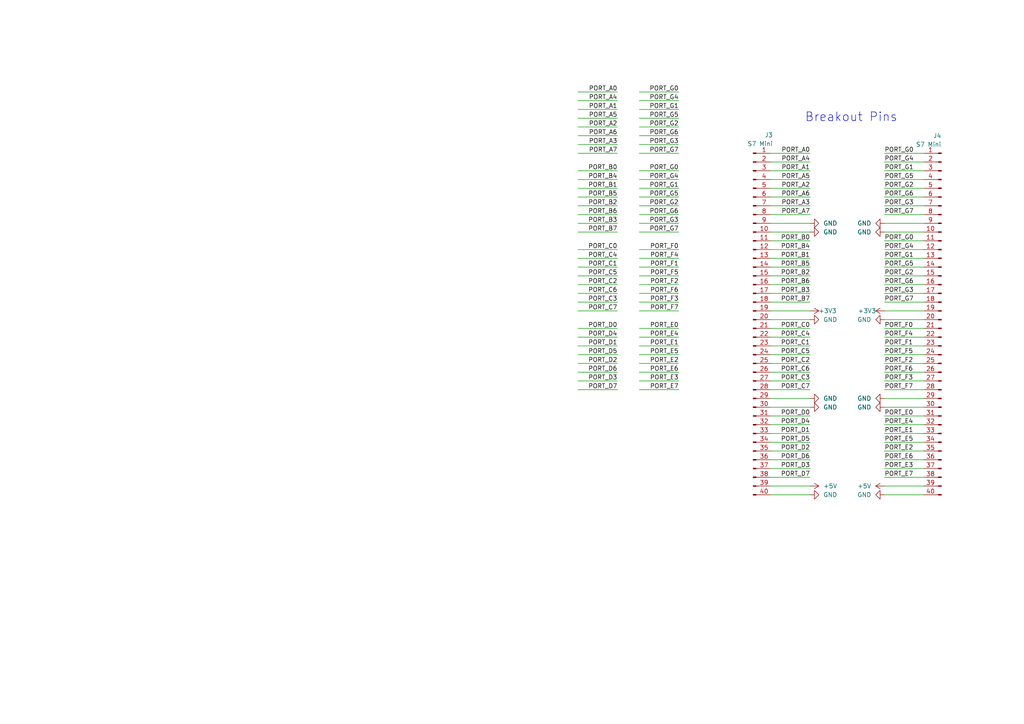
<source format=kicad_sch>
(kicad_sch (version 20200820) (host eeschema "5.99.0-unknown-b0af66afc~103~ubuntu20.04.1")
  (page 6 6)
  (paper "A4")
  (lib_symbols
    (symbol "Connector:Conn_01x40_Male" (pin_names hide)
      (property "Reference" "J" (at 0 50.8 0))
      (property "Value" "Conn_01x40_Male" (at 0 -53.34 0))
      (symbol "Conn_01x40_Male_1_1"
        (rectangle (start 0.8636 -50.673) (end 0 -50.927) (stroke (width 0.1524)) (fill (type outline)))
        (rectangle (start 0.8636 -48.133) (end 0 -48.387) (stroke (width 0.1524)) (fill (type outline)))
        (rectangle (start 0.8636 -45.593) (end 0 -45.847) (stroke (width 0.1524)) (fill (type outline)))
        (rectangle (start 0.8636 -43.053) (end 0 -43.307) (stroke (width 0.1524)) (fill (type outline)))
        (rectangle (start 0.8636 -40.513) (end 0 -40.767) (stroke (width 0.1524)) (fill (type outline)))
        (rectangle (start 0.8636 -37.973) (end 0 -38.227) (stroke (width 0.1524)) (fill (type outline)))
        (rectangle (start 0.8636 -35.433) (end 0 -35.687) (stroke (width 0.1524)) (fill (type outline)))
        (rectangle (start 0.8636 -32.893) (end 0 -33.147) (stroke (width 0.1524)) (fill (type outline)))
        (rectangle (start 0.8636 -30.353) (end 0 -30.607) (stroke (width 0.1524)) (fill (type outline)))
        (rectangle (start 0.8636 -27.813) (end 0 -28.067) (stroke (width 0.1524)) (fill (type outline)))
        (rectangle (start 0.8636 -25.273) (end 0 -25.527) (stroke (width 0.1524)) (fill (type outline)))
        (rectangle (start 0.8636 -22.733) (end 0 -22.987) (stroke (width 0.1524)) (fill (type outline)))
        (rectangle (start 0.8636 -20.193) (end 0 -20.447) (stroke (width 0.1524)) (fill (type outline)))
        (rectangle (start 0.8636 -17.653) (end 0 -17.907) (stroke (width 0.1524)) (fill (type outline)))
        (rectangle (start 0.8636 -15.113) (end 0 -15.367) (stroke (width 0.1524)) (fill (type outline)))
        (rectangle (start 0.8636 -12.573) (end 0 -12.827) (stroke (width 0.1524)) (fill (type outline)))
        (rectangle (start 0.8636 -10.033) (end 0 -10.287) (stroke (width 0.1524)) (fill (type outline)))
        (rectangle (start 0.8636 -7.493) (end 0 -7.747) (stroke (width 0.1524)) (fill (type outline)))
        (rectangle (start 0.8636 -4.953) (end 0 -5.207) (stroke (width 0.1524)) (fill (type outline)))
        (rectangle (start 0.8636 -2.413) (end 0 -2.667) (stroke (width 0.1524)) (fill (type outline)))
        (rectangle (start 0.8636 0.127) (end 0 -0.127) (stroke (width 0.1524)) (fill (type outline)))
        (rectangle (start 0.8636 2.667) (end 0 2.413) (stroke (width 0.1524)) (fill (type outline)))
        (rectangle (start 0.8636 5.207) (end 0 4.953) (stroke (width 0.1524)) (fill (type outline)))
        (rectangle (start 0.8636 7.747) (end 0 7.493) (stroke (width 0.1524)) (fill (type outline)))
        (rectangle (start 0.8636 10.287) (end 0 10.033) (stroke (width 0.1524)) (fill (type outline)))
        (rectangle (start 0.8636 12.827) (end 0 12.573) (stroke (width 0.1524)) (fill (type outline)))
        (rectangle (start 0.8636 15.367) (end 0 15.113) (stroke (width 0.1524)) (fill (type outline)))
        (rectangle (start 0.8636 17.907) (end 0 17.653) (stroke (width 0.1524)) (fill (type outline)))
        (rectangle (start 0.8636 20.447) (end 0 20.193) (stroke (width 0.1524)) (fill (type outline)))
        (rectangle (start 0.8636 22.987) (end 0 22.733) (stroke (width 0.1524)) (fill (type outline)))
        (rectangle (start 0.8636 25.527) (end 0 25.273) (stroke (width 0.1524)) (fill (type outline)))
        (rectangle (start 0.8636 28.067) (end 0 27.813) (stroke (width 0.1524)) (fill (type outline)))
        (rectangle (start 0.8636 30.607) (end 0 30.353) (stroke (width 0.1524)) (fill (type outline)))
        (rectangle (start 0.8636 33.147) (end 0 32.893) (stroke (width 0.1524)) (fill (type outline)))
        (rectangle (start 0.8636 35.687) (end 0 35.433) (stroke (width 0.1524)) (fill (type outline)))
        (rectangle (start 0.8636 38.227) (end 0 37.973) (stroke (width 0.1524)) (fill (type outline)))
        (rectangle (start 0.8636 40.767) (end 0 40.513) (stroke (width 0.1524)) (fill (type outline)))
        (rectangle (start 0.8636 43.307) (end 0 43.053) (stroke (width 0.1524)) (fill (type outline)))
        (rectangle (start 0.8636 45.847) (end 0 45.593) (stroke (width 0.1524)) (fill (type outline)))
        (rectangle (start 0.8636 48.387) (end 0 48.133) (stroke (width 0.1524)) (fill (type outline)))
        (polyline (pts (xy 1.27 -50.8) (xy 0.8636 -50.8)) (stroke (width 0.1524)))
        (polyline (pts (xy 1.27 -48.26) (xy 0.8636 -48.26)) (stroke (width 0.1524)))
        (polyline (pts (xy 1.27 -45.72) (xy 0.8636 -45.72)) (stroke (width 0.1524)))
        (polyline (pts (xy 1.27 -43.18) (xy 0.8636 -43.18)) (stroke (width 0.1524)))
        (polyline (pts (xy 1.27 -40.64) (xy 0.8636 -40.64)) (stroke (width 0.1524)))
        (polyline (pts (xy 1.27 -38.1) (xy 0.8636 -38.1)) (stroke (width 0.1524)))
        (polyline (pts (xy 1.27 -35.56) (xy 0.8636 -35.56)) (stroke (width 0.1524)))
        (polyline (pts (xy 1.27 -33.02) (xy 0.8636 -33.02)) (stroke (width 0.1524)))
        (polyline (pts (xy 1.27 -30.48) (xy 0.8636 -30.48)) (stroke (width 0.1524)))
        (polyline (pts (xy 1.27 -27.94) (xy 0.8636 -27.94)) (stroke (width 0.1524)))
        (polyline (pts (xy 1.27 -25.4) (xy 0.8636 -25.4)) (stroke (width 0.1524)))
        (polyline (pts (xy 1.27 -22.86) (xy 0.8636 -22.86)) (stroke (width 0.1524)))
        (polyline (pts (xy 1.27 -20.32) (xy 0.8636 -20.32)) (stroke (width 0.1524)))
        (polyline (pts (xy 1.27 -17.78) (xy 0.8636 -17.78)) (stroke (width 0.1524)))
        (polyline (pts (xy 1.27 -15.24) (xy 0.8636 -15.24)) (stroke (width 0.1524)))
        (polyline (pts (xy 1.27 -12.7) (xy 0.8636 -12.7)) (stroke (width 0.1524)))
        (polyline (pts (xy 1.27 -10.16) (xy 0.8636 -10.16)) (stroke (width 0.1524)))
        (polyline (pts (xy 1.27 -7.62) (xy 0.8636 -7.62)) (stroke (width 0.1524)))
        (polyline (pts (xy 1.27 -5.08) (xy 0.8636 -5.08)) (stroke (width 0.1524)))
        (polyline (pts (xy 1.27 -2.54) (xy 0.8636 -2.54)) (stroke (width 0.1524)))
        (polyline (pts (xy 1.27 0) (xy 0.8636 0)) (stroke (width 0.1524)))
        (polyline (pts (xy 1.27 2.54) (xy 0.8636 2.54)) (stroke (width 0.1524)))
        (polyline (pts (xy 1.27 5.08) (xy 0.8636 5.08)) (stroke (width 0.1524)))
        (polyline (pts (xy 1.27 7.62) (xy 0.8636 7.62)) (stroke (width 0.1524)))
        (polyline (pts (xy 1.27 10.16) (xy 0.8636 10.16)) (stroke (width 0.1524)))
        (polyline (pts (xy 1.27 12.7) (xy 0.8636 12.7)) (stroke (width 0.1524)))
        (polyline (pts (xy 1.27 15.24) (xy 0.8636 15.24)) (stroke (width 0.1524)))
        (polyline (pts (xy 1.27 17.78) (xy 0.8636 17.78)) (stroke (width 0.1524)))
        (polyline (pts (xy 1.27 20.32) (xy 0.8636 20.32)) (stroke (width 0.1524)))
        (polyline (pts (xy 1.27 22.86) (xy 0.8636 22.86)) (stroke (width 0.1524)))
        (polyline (pts (xy 1.27 25.4) (xy 0.8636 25.4)) (stroke (width 0.1524)))
        (polyline (pts (xy 1.27 27.94) (xy 0.8636 27.94)) (stroke (width 0.1524)))
        (polyline (pts (xy 1.27 30.48) (xy 0.8636 30.48)) (stroke (width 0.1524)))
        (polyline (pts (xy 1.27 33.02) (xy 0.8636 33.02)) (stroke (width 0.1524)))
        (polyline (pts (xy 1.27 35.56) (xy 0.8636 35.56)) (stroke (width 0.1524)))
        (polyline (pts (xy 1.27 38.1) (xy 0.8636 38.1)) (stroke (width 0.1524)))
        (polyline (pts (xy 1.27 40.64) (xy 0.8636 40.64)) (stroke (width 0.1524)))
        (polyline (pts (xy 1.27 43.18) (xy 0.8636 43.18)) (stroke (width 0.1524)))
        (polyline (pts (xy 1.27 45.72) (xy 0.8636 45.72)) (stroke (width 0.1524)))
        (polyline (pts (xy 1.27 48.26) (xy 0.8636 48.26)) (stroke (width 0.1524)))
        (pin passive line (at 5.08 48.26 180) (length 3.81) (name "Pin_1") (number "1"))
        (pin passive line (at 5.08 25.4 180) (length 3.81) (name "Pin_10") (number "10"))
        (pin passive line (at 5.08 22.86 180) (length 3.81) (name "Pin_11") (number "11"))
        (pin passive line (at 5.08 20.32 180) (length 3.81) (name "Pin_12") (number "12"))
        (pin passive line (at 5.08 17.78 180) (length 3.81) (name "Pin_13") (number "13"))
        (pin passive line (at 5.08 15.24 180) (length 3.81) (name "Pin_14") (number "14"))
        (pin passive line (at 5.08 12.7 180) (length 3.81) (name "Pin_15") (number "15"))
        (pin passive line (at 5.08 10.16 180) (length 3.81) (name "Pin_16") (number "16"))
        (pin passive line (at 5.08 7.62 180) (length 3.81) (name "Pin_17") (number "17"))
        (pin passive line (at 5.08 5.08 180) (length 3.81) (name "Pin_18") (number "18"))
        (pin passive line (at 5.08 2.54 180) (length 3.81) (name "Pin_19") (number "19"))
        (pin passive line (at 5.08 45.72 180) (length 3.81) (name "Pin_2") (number "2"))
        (pin passive line (at 5.08 0 180) (length 3.81) (name "Pin_20") (number "20"))
        (pin passive line (at 5.08 -2.54 180) (length 3.81) (name "Pin_21") (number "21"))
        (pin passive line (at 5.08 -5.08 180) (length 3.81) (name "Pin_22") (number "22"))
        (pin passive line (at 5.08 -7.62 180) (length 3.81) (name "Pin_23") (number "23"))
        (pin passive line (at 5.08 -10.16 180) (length 3.81) (name "Pin_24") (number "24"))
        (pin passive line (at 5.08 -12.7 180) (length 3.81) (name "Pin_25") (number "25"))
        (pin passive line (at 5.08 -15.24 180) (length 3.81) (name "Pin_26") (number "26"))
        (pin passive line (at 5.08 -17.78 180) (length 3.81) (name "Pin_27") (number "27"))
        (pin passive line (at 5.08 -20.32 180) (length 3.81) (name "Pin_28") (number "28"))
        (pin passive line (at 5.08 -22.86 180) (length 3.81) (name "Pin_29") (number "29"))
        (pin passive line (at 5.08 43.18 180) (length 3.81) (name "Pin_3") (number "3"))
        (pin passive line (at 5.08 -25.4 180) (length 3.81) (name "Pin_30") (number "30"))
        (pin passive line (at 5.08 -27.94 180) (length 3.81) (name "Pin_31") (number "31"))
        (pin passive line (at 5.08 -30.48 180) (length 3.81) (name "Pin_32") (number "32"))
        (pin passive line (at 5.08 -33.02 180) (length 3.81) (name "Pin_33") (number "33"))
        (pin passive line (at 5.08 -35.56 180) (length 3.81) (name "Pin_34") (number "34"))
        (pin passive line (at 5.08 -38.1 180) (length 3.81) (name "Pin_35") (number "35"))
        (pin passive line (at 5.08 -40.64 180) (length 3.81) (name "Pin_36") (number "36"))
        (pin passive line (at 5.08 -43.18 180) (length 3.81) (name "Pin_37") (number "37"))
        (pin passive line (at 5.08 -45.72 180) (length 3.81) (name "Pin_38") (number "38"))
        (pin passive line (at 5.08 -48.26 180) (length 3.81) (name "Pin_39") (number "39"))
        (pin passive line (at 5.08 40.64 180) (length 3.81) (name "Pin_4") (number "4"))
        (pin passive line (at 5.08 -50.8 180) (length 3.81) (name "Pin_40") (number "40"))
        (pin passive line (at 5.08 38.1 180) (length 3.81) (name "Pin_5") (number "5"))
        (pin passive line (at 5.08 35.56 180) (length 3.81) (name "Pin_6") (number "6"))
        (pin passive line (at 5.08 33.02 180) (length 3.81) (name "Pin_7") (number "7"))
        (pin passive line (at 5.08 30.48 180) (length 3.81) (name "Pin_8") (number "8"))
        (pin passive line (at 5.08 27.94 180) (length 3.81) (name "Pin_9") (number "9"))
      )
    )
    (symbol "power:+3V3" (power) (pin_names (offset 0))
      (property "Value" "+3V3" (at 0 3.556 0))
      (symbol "+3V3_0_1"
        (polyline (pts (xy -0.762 1.27) (xy 0 2.54)))
        (polyline (pts (xy 0 0) (xy 0 2.54)))
        (polyline (pts (xy 0 2.54) (xy 0.762 1.27)))
      )
      (symbol "+3V3_1_1"
        (pin power_in line (at 0 0 90) (length 0) hide (name "+3V3") (number "1"))
      )
    )
    (symbol "power:+5V" (power) (pin_names (offset 0))
      (property "Value" "+5V" (at 0 3.556 0))
      (symbol "+5V_0_1"
        (polyline (pts (xy -0.762 1.27) (xy 0 2.54)))
        (polyline (pts (xy 0 0) (xy 0 2.54)))
        (polyline (pts (xy 0 2.54) (xy 0.762 1.27)))
      )
      (symbol "+5V_1_1"
        (pin power_in line (at 0 0 90) (length 0) hide (name "+5V") (number "1"))
      )
    )
    (symbol "power:GND" (power) (pin_names (offset 0))
      (property "Value" "GND" (at 0 -3.81 0))
      (symbol "GND_0_1"
        (polyline (pts (xy 0 0) (xy 0 -1.27) (xy 1.27 -1.27) (xy 0 -2.54) (xy -1.27 -1.27) (xy 0 -1.27)))
      )
      (symbol "GND_1_1"
        (pin power_in line (at 0 0 270) (length 0) hide (name "GND") (number "1"))
      )
    )
  )
  (wire (pts (xy 167.64 26.67) (xy 179.07 26.67)))
  (wire (pts (xy 167.64 29.21) (xy 179.07 29.21)))
  (wire (pts (xy 167.64 31.75) (xy 179.07 31.75)))
  (wire (pts (xy 167.64 34.29) (xy 179.07 34.29)))
  (wire (pts (xy 167.64 36.83) (xy 179.07 36.83)))
  (wire (pts (xy 167.64 39.37) (xy 179.07 39.37)))
  (wire (pts (xy 167.64 41.91) (xy 179.07 41.91)))
  (wire (pts (xy 167.64 44.45) (xy 179.07 44.45)))
  (wire (pts (xy 167.64 49.53) (xy 179.07 49.53)))
  (wire (pts (xy 167.64 52.07) (xy 179.07 52.07)))
  (wire (pts (xy 167.64 54.61) (xy 179.07 54.61)))
  (wire (pts (xy 167.64 57.15) (xy 179.07 57.15)))
  (wire (pts (xy 167.64 59.69) (xy 179.07 59.69)))
  (wire (pts (xy 167.64 62.23) (xy 179.07 62.23)))
  (wire (pts (xy 167.64 64.77) (xy 179.07 64.77)))
  (wire (pts (xy 167.64 67.31) (xy 179.07 67.31)))
  (wire (pts (xy 167.64 72.39) (xy 179.07 72.39)))
  (wire (pts (xy 167.64 74.93) (xy 179.07 74.93)))
  (wire (pts (xy 167.64 77.47) (xy 179.07 77.47)))
  (wire (pts (xy 167.64 80.01) (xy 179.07 80.01)))
  (wire (pts (xy 167.64 82.55) (xy 179.07 82.55)))
  (wire (pts (xy 167.64 85.09) (xy 179.07 85.09)))
  (wire (pts (xy 167.64 87.63) (xy 179.07 87.63)))
  (wire (pts (xy 167.64 90.17) (xy 179.07 90.17)))
  (wire (pts (xy 167.64 95.25) (xy 179.07 95.25)))
  (wire (pts (xy 167.64 97.79) (xy 179.07 97.79)))
  (wire (pts (xy 167.64 100.33) (xy 179.07 100.33)))
  (wire (pts (xy 167.64 102.87) (xy 179.07 102.87)))
  (wire (pts (xy 167.64 105.41) (xy 179.07 105.41)))
  (wire (pts (xy 167.64 107.95) (xy 179.07 107.95)))
  (wire (pts (xy 167.64 110.49) (xy 179.07 110.49)))
  (wire (pts (xy 167.64 113.03) (xy 179.07 113.03)))
  (wire (pts (xy 196.85 26.67) (xy 185.42 26.67)))
  (wire (pts (xy 196.85 29.21) (xy 185.42 29.21)))
  (wire (pts (xy 196.85 31.75) (xy 185.42 31.75)))
  (wire (pts (xy 196.85 34.29) (xy 185.42 34.29)))
  (wire (pts (xy 196.85 36.83) (xy 185.42 36.83)))
  (wire (pts (xy 196.85 39.37) (xy 185.42 39.37)))
  (wire (pts (xy 196.85 41.91) (xy 185.42 41.91)))
  (wire (pts (xy 196.85 44.45) (xy 185.42 44.45)))
  (wire (pts (xy 196.85 49.53) (xy 185.42 49.53)))
  (wire (pts (xy 196.85 52.07) (xy 185.42 52.07)))
  (wire (pts (xy 196.85 54.61) (xy 185.42 54.61)))
  (wire (pts (xy 196.85 57.15) (xy 185.42 57.15)))
  (wire (pts (xy 196.85 59.69) (xy 185.42 59.69)))
  (wire (pts (xy 196.85 62.23) (xy 185.42 62.23)))
  (wire (pts (xy 196.85 64.77) (xy 185.42 64.77)))
  (wire (pts (xy 196.85 67.31) (xy 185.42 67.31)))
  (wire (pts (xy 196.85 72.39) (xy 185.42 72.39)))
  (wire (pts (xy 196.85 74.93) (xy 185.42 74.93)))
  (wire (pts (xy 196.85 77.47) (xy 185.42 77.47)))
  (wire (pts (xy 196.85 80.01) (xy 185.42 80.01)))
  (wire (pts (xy 196.85 82.55) (xy 185.42 82.55)))
  (wire (pts (xy 196.85 85.09) (xy 185.42 85.09)))
  (wire (pts (xy 196.85 87.63) (xy 185.42 87.63)))
  (wire (pts (xy 196.85 90.17) (xy 185.42 90.17)))
  (wire (pts (xy 196.85 95.25) (xy 185.42 95.25)))
  (wire (pts (xy 196.85 97.79) (xy 185.42 97.79)))
  (wire (pts (xy 196.85 100.33) (xy 185.42 100.33)))
  (wire (pts (xy 196.85 102.87) (xy 185.42 102.87)))
  (wire (pts (xy 196.85 105.41) (xy 185.42 105.41)))
  (wire (pts (xy 196.85 107.95) (xy 185.42 107.95)))
  (wire (pts (xy 196.85 110.49) (xy 185.42 110.49)))
  (wire (pts (xy 196.85 113.03) (xy 185.42 113.03)))
  (wire (pts (xy 223.52 44.45) (xy 234.95 44.45)))
  (wire (pts (xy 223.52 46.99) (xy 234.95 46.99)))
  (wire (pts (xy 223.52 49.53) (xy 234.95 49.53)))
  (wire (pts (xy 223.52 52.07) (xy 234.95 52.07)))
  (wire (pts (xy 223.52 54.61) (xy 234.95 54.61)))
  (wire (pts (xy 223.52 57.15) (xy 234.95 57.15)))
  (wire (pts (xy 223.52 59.69) (xy 234.95 59.69)))
  (wire (pts (xy 223.52 62.23) (xy 234.95 62.23)))
  (wire (pts (xy 223.52 64.77) (xy 234.95 64.77)))
  (wire (pts (xy 223.52 67.31) (xy 234.95 67.31)))
  (wire (pts (xy 223.52 69.85) (xy 234.95 69.85)))
  (wire (pts (xy 223.52 72.39) (xy 234.95 72.39)))
  (wire (pts (xy 223.52 74.93) (xy 234.95 74.93)))
  (wire (pts (xy 223.52 77.47) (xy 234.95 77.47)))
  (wire (pts (xy 223.52 80.01) (xy 234.95 80.01)))
  (wire (pts (xy 223.52 82.55) (xy 234.95 82.55)))
  (wire (pts (xy 223.52 85.09) (xy 234.95 85.09)))
  (wire (pts (xy 223.52 87.63) (xy 234.95 87.63)))
  (wire (pts (xy 223.52 90.17) (xy 234.95 90.17)))
  (wire (pts (xy 223.52 92.71) (xy 234.95 92.71)))
  (wire (pts (xy 223.52 95.25) (xy 234.95 95.25)))
  (wire (pts (xy 223.52 97.79) (xy 234.95 97.79)))
  (wire (pts (xy 223.52 100.33) (xy 234.95 100.33)))
  (wire (pts (xy 223.52 102.87) (xy 234.95 102.87)))
  (wire (pts (xy 223.52 105.41) (xy 234.95 105.41)))
  (wire (pts (xy 223.52 107.95) (xy 234.95 107.95)))
  (wire (pts (xy 223.52 110.49) (xy 234.95 110.49)))
  (wire (pts (xy 223.52 113.03) (xy 234.95 113.03)))
  (wire (pts (xy 223.52 115.57) (xy 234.95 115.57)))
  (wire (pts (xy 223.52 118.11) (xy 234.95 118.11)))
  (wire (pts (xy 223.52 120.65) (xy 234.95 120.65)))
  (wire (pts (xy 223.52 123.19) (xy 234.95 123.19)))
  (wire (pts (xy 223.52 125.73) (xy 234.95 125.73)))
  (wire (pts (xy 223.52 128.27) (xy 234.95 128.27)))
  (wire (pts (xy 223.52 130.81) (xy 234.95 130.81)))
  (wire (pts (xy 223.52 133.35) (xy 234.95 133.35)))
  (wire (pts (xy 223.52 135.89) (xy 234.95 135.89)))
  (wire (pts (xy 223.52 138.43) (xy 234.95 138.43)))
  (wire (pts (xy 223.52 140.97) (xy 234.95 140.97)))
  (wire (pts (xy 223.52 143.51) (xy 234.95 143.51)))
  (wire (pts (xy 256.54 44.45) (xy 267.97 44.45)))
  (wire (pts (xy 256.54 46.99) (xy 267.97 46.99)))
  (wire (pts (xy 256.54 49.53) (xy 267.97 49.53)))
  (wire (pts (xy 256.54 52.07) (xy 267.97 52.07)))
  (wire (pts (xy 256.54 54.61) (xy 267.97 54.61)))
  (wire (pts (xy 256.54 57.15) (xy 267.97 57.15)))
  (wire (pts (xy 256.54 59.69) (xy 267.97 59.69)))
  (wire (pts (xy 256.54 62.23) (xy 267.97 62.23)))
  (wire (pts (xy 256.54 64.77) (xy 267.97 64.77)))
  (wire (pts (xy 256.54 67.31) (xy 267.97 67.31)))
  (wire (pts (xy 256.54 69.85) (xy 267.97 69.85)))
  (wire (pts (xy 256.54 72.39) (xy 267.97 72.39)))
  (wire (pts (xy 256.54 74.93) (xy 267.97 74.93)))
  (wire (pts (xy 256.54 77.47) (xy 267.97 77.47)))
  (wire (pts (xy 256.54 80.01) (xy 267.97 80.01)))
  (wire (pts (xy 256.54 82.55) (xy 267.97 82.55)))
  (wire (pts (xy 256.54 85.09) (xy 267.97 85.09)))
  (wire (pts (xy 256.54 87.63) (xy 267.97 87.63)))
  (wire (pts (xy 256.54 90.17) (xy 267.97 90.17)))
  (wire (pts (xy 256.54 92.71) (xy 267.97 92.71)))
  (wire (pts (xy 256.54 95.25) (xy 267.97 95.25)))
  (wire (pts (xy 256.54 97.79) (xy 267.97 97.79)))
  (wire (pts (xy 256.54 100.33) (xy 267.97 100.33)))
  (wire (pts (xy 256.54 102.87) (xy 267.97 102.87)))
  (wire (pts (xy 256.54 105.41) (xy 267.97 105.41)))
  (wire (pts (xy 256.54 107.95) (xy 267.97 107.95)))
  (wire (pts (xy 256.54 110.49) (xy 267.97 110.49)))
  (wire (pts (xy 256.54 113.03) (xy 267.97 113.03)))
  (wire (pts (xy 256.54 115.57) (xy 267.97 115.57)))
  (wire (pts (xy 256.54 118.11) (xy 267.97 118.11)))
  (wire (pts (xy 256.54 120.65) (xy 267.97 120.65)))
  (wire (pts (xy 256.54 123.19) (xy 267.97 123.19)))
  (wire (pts (xy 256.54 125.73) (xy 267.97 125.73)))
  (wire (pts (xy 256.54 128.27) (xy 267.97 128.27)))
  (wire (pts (xy 256.54 130.81) (xy 267.97 130.81)))
  (wire (pts (xy 256.54 133.35) (xy 267.97 133.35)))
  (wire (pts (xy 256.54 135.89) (xy 267.97 135.89)))
  (wire (pts (xy 256.54 138.43) (xy 267.97 138.43)))
  (wire (pts (xy 256.54 140.97) (xy 267.97 140.97)))
  (wire (pts (xy 256.54 143.51) (xy 267.97 143.51)))
  (text "Breakout Pins" (at 260.35 35.56 180) (effects (font (size 2.54 2.54)) (justify right bottom)))
  (label "PORT_A0" (at 179.07 26.67 180))
  (label "PORT_A4" (at 179.07 29.21 180))
  (label "PORT_A1" (at 179.07 31.75 180))
  (label "PORT_A5" (at 179.07 34.29 180))
  (label "PORT_A2" (at 179.07 36.83 180))
  (label "PORT_A6" (at 179.07 39.37 180))
  (label "PORT_A3" (at 179.07 41.91 180))
  (label "PORT_A7" (at 179.07 44.45 180))
  (label "PORT_B0" (at 179.07 49.53 180))
  (label "PORT_B4" (at 179.07 52.07 180))
  (label "PORT_B1" (at 179.07 54.61 180))
  (label "PORT_B5" (at 179.07 57.15 180))
  (label "PORT_B2" (at 179.07 59.69 180))
  (label "PORT_B6" (at 179.07 62.23 180))
  (label "PORT_B3" (at 179.07 64.77 180))
  (label "PORT_B7" (at 179.07 67.31 180))
  (label "PORT_C0" (at 179.07 72.39 180))
  (label "PORT_C4" (at 179.07 74.93 180))
  (label "PORT_C1" (at 179.07 77.47 180))
  (label "PORT_C5" (at 179.07 80.01 180))
  (label "PORT_C2" (at 179.07 82.55 180))
  (label "PORT_C6" (at 179.07 85.09 180))
  (label "PORT_C3" (at 179.07 87.63 180))
  (label "PORT_C7" (at 179.07 90.17 180))
  (label "PORT_D0" (at 179.07 95.25 180))
  (label "PORT_D4" (at 179.07 97.79 180))
  (label "PORT_D1" (at 179.07 100.33 180))
  (label "PORT_D5" (at 179.07 102.87 180))
  (label "PORT_D2" (at 179.07 105.41 180))
  (label "PORT_D6" (at 179.07 107.95 180))
  (label "PORT_D3" (at 179.07 110.49 180))
  (label "PORT_D7" (at 179.07 113.03 180))
  (label "PORT_G0" (at 196.85 26.67 180))
  (label "PORT_G4" (at 196.85 29.21 180))
  (label "PORT_G1" (at 196.85 31.75 180))
  (label "PORT_G5" (at 196.85 34.29 180))
  (label "PORT_G2" (at 196.85 36.83 180))
  (label "PORT_G6" (at 196.85 39.37 180))
  (label "PORT_G3" (at 196.85 41.91 180))
  (label "PORT_G7" (at 196.85 44.45 180))
  (label "PORT_G0" (at 196.85 49.53 180))
  (label "PORT_G4" (at 196.85 52.07 180))
  (label "PORT_G1" (at 196.85 54.61 180))
  (label "PORT_G5" (at 196.85 57.15 180))
  (label "PORT_G2" (at 196.85 59.69 180))
  (label "PORT_G6" (at 196.85 62.23 180))
  (label "PORT_G3" (at 196.85 64.77 180))
  (label "PORT_G7" (at 196.85 67.31 180))
  (label "PORT_F0" (at 196.85 72.39 180))
  (label "PORT_F4" (at 196.85 74.93 180))
  (label "PORT_F1" (at 196.85 77.47 180))
  (label "PORT_F5" (at 196.85 80.01 180))
  (label "PORT_F2" (at 196.85 82.55 180))
  (label "PORT_F6" (at 196.85 85.09 180))
  (label "PORT_F3" (at 196.85 87.63 180))
  (label "PORT_F7" (at 196.85 90.17 180))
  (label "PORT_E0" (at 196.85 95.25 180))
  (label "PORT_E4" (at 196.85 97.79 180))
  (label "PORT_E1" (at 196.85 100.33 180))
  (label "PORT_E5" (at 196.85 102.87 180))
  (label "PORT_E2" (at 196.85 105.41 180))
  (label "PORT_E6" (at 196.85 107.95 180))
  (label "PORT_E3" (at 196.85 110.49 180))
  (label "PORT_E7" (at 196.85 113.03 180))
  (label "PORT_A0" (at 234.95 44.45 180))
  (label "PORT_A4" (at 234.95 46.99 180))
  (label "PORT_A1" (at 234.95 49.53 180))
  (label "PORT_A5" (at 234.95 52.07 180))
  (label "PORT_A2" (at 234.95 54.61 180))
  (label "PORT_A6" (at 234.95 57.15 180))
  (label "PORT_A3" (at 234.95 59.69 180))
  (label "PORT_A7" (at 234.95 62.23 180))
  (label "PORT_B0" (at 234.95 69.85 180))
  (label "PORT_B4" (at 234.95 72.39 180))
  (label "PORT_B1" (at 234.95 74.93 180))
  (label "PORT_B5" (at 234.95 77.47 180))
  (label "PORT_B2" (at 234.95 80.01 180))
  (label "PORT_B6" (at 234.95 82.55 180))
  (label "PORT_B3" (at 234.95 85.09 180))
  (label "PORT_B7" (at 234.95 87.63 180))
  (label "PORT_C0" (at 234.95 95.25 180))
  (label "PORT_C4" (at 234.95 97.79 180))
  (label "PORT_C1" (at 234.95 100.33 180))
  (label "PORT_C5" (at 234.95 102.87 180))
  (label "PORT_C2" (at 234.95 105.41 180))
  (label "PORT_C6" (at 234.95 107.95 180))
  (label "PORT_C3" (at 234.95 110.49 180))
  (label "PORT_C7" (at 234.95 113.03 180))
  (label "PORT_D0" (at 234.95 120.65 180))
  (label "PORT_D4" (at 234.95 123.19 180))
  (label "PORT_D1" (at 234.95 125.73 180))
  (label "PORT_D5" (at 234.95 128.27 180))
  (label "PORT_D2" (at 234.95 130.81 180))
  (label "PORT_D6" (at 234.95 133.35 180))
  (label "PORT_D3" (at 234.95 135.89 180))
  (label "PORT_D7" (at 234.95 138.43 180))
  (label "PORT_G0" (at 256.54 44.45 0))
  (label "PORT_G4" (at 256.54 46.99 0))
  (label "PORT_G1" (at 256.54 49.53 0))
  (label "PORT_G5" (at 256.54 52.07 0))
  (label "PORT_G2" (at 256.54 54.61 0))
  (label "PORT_G6" (at 256.54 57.15 0))
  (label "PORT_G3" (at 256.54 59.69 0))
  (label "PORT_G7" (at 256.54 62.23 0))
  (label "PORT_G0" (at 256.54 69.85 0))
  (label "PORT_G4" (at 256.54 72.39 0))
  (label "PORT_G1" (at 256.54 74.93 0))
  (label "PORT_G5" (at 256.54 77.47 0))
  (label "PORT_G2" (at 256.54 80.01 0))
  (label "PORT_G6" (at 256.54 82.55 0))
  (label "PORT_G3" (at 256.54 85.09 0))
  (label "PORT_G7" (at 256.54 87.63 0))
  (label "PORT_F0" (at 256.54 95.25 0))
  (label "PORT_F4" (at 256.54 97.79 0))
  (label "PORT_F1" (at 256.54 100.33 0))
  (label "PORT_F5" (at 256.54 102.87 0))
  (label "PORT_F2" (at 256.54 105.41 0))
  (label "PORT_F6" (at 256.54 107.95 0))
  (label "PORT_F3" (at 256.54 110.49 0))
  (label "PORT_F7" (at 256.54 113.03 0))
  (label "PORT_E0" (at 256.54 120.65 0))
  (label "PORT_E4" (at 256.54 123.19 0))
  (label "PORT_E1" (at 256.54 125.73 0))
  (label "PORT_E5" (at 256.54 128.27 0))
  (label "PORT_E2" (at 256.54 130.81 0))
  (label "PORT_E6" (at 256.54 133.35 0))
  (label "PORT_E3" (at 256.54 135.89 0))
  (label "PORT_E7" (at 256.54 138.43 0))
  (symbol (lib_id "power:+3V3") (at 234.95 90.17 270) (unit 1)
    (property "Reference" "#PWR?" (effects hide))
    (property "Value" "+3V3" (at 240.03 90.17 90))
  )
  (symbol (lib_id "power:+5V") (at 234.95 140.97 270) (unit 1)
    (property "Reference" "#PWR?" (effects hide))
    (property "Value" "+5V" (at 238.76 140.97 90) (effects (justify left)))
  )
  (symbol (lib_id "power:+3V3") (at 256.54 90.17 90) (mirror x) (unit 1)
    (property "Reference" "#PWR?" (effects hide))
    (property "Value" "+3V3" (at 251.46 90.17 90))
  )
  (symbol (lib_id "power:+5V") (at 256.54 140.97 90) (unit 1)
    (property "Reference" "#PWR?" (effects hide))
    (property "Value" "+5V" (at 252.73 140.97 90) (effects (justify left)))
  )
  (symbol (lib_id "power:GND") (at 234.95 64.77 90) (unit 1)
    (property "Reference" "#PWR?" (effects hide))
    (property "Value" "GND" (at 238.76 64.77 90) (effects (justify right)))
  )
  (symbol (lib_id "power:GND") (at 234.95 67.31 90) (unit 1)
    (property "Reference" "#PWR?" (effects hide))
    (property "Value" "GND" (at 238.76 67.31 90) (effects (justify right)))
  )
  (symbol (lib_id "power:GND") (at 234.95 92.71 90) (unit 1)
    (property "Reference" "#PWR?" (effects hide))
    (property "Value" "GND" (at 238.76 92.71 90) (effects (justify right)))
  )
  (symbol (lib_id "power:GND") (at 234.95 115.57 90) (unit 1)
    (property "Reference" "#PWR?" (effects hide))
    (property "Value" "GND" (at 238.76 115.57 90) (effects (justify right)))
  )
  (symbol (lib_id "power:GND") (at 234.95 118.11 90) (unit 1)
    (property "Reference" "#PWR?" (effects hide))
    (property "Value" "GND" (at 238.76 118.11 90) (effects (justify right)))
  )
  (symbol (lib_id "power:GND") (at 234.95 143.51 90) (unit 1)
    (property "Reference" "#PWR?" (effects hide))
    (property "Value" "GND" (at 238.76 143.51 90) (effects (justify right)))
  )
  (symbol (lib_id "power:GND") (at 256.54 64.77 270) (unit 1)
    (property "Reference" "#PWR?" (effects hide))
    (property "Value" "GND" (at 252.73 64.77 90) (effects (justify right)))
  )
  (symbol (lib_id "power:GND") (at 256.54 67.31 270) (unit 1)
    (property "Reference" "#PWR?" (effects hide))
    (property "Value" "GND" (at 252.73 67.31 90) (effects (justify right)))
  )
  (symbol (lib_id "power:GND") (at 256.54 92.71 270) (mirror x) (unit 1)
    (property "Reference" "#PWR?" (effects hide))
    (property "Value" "GND" (at 252.73 92.71 90) (effects (justify right)))
  )
  (symbol (lib_id "power:GND") (at 256.54 115.57 270) (unit 1)
    (property "Reference" "#PWR?" (effects hide))
    (property "Value" "GND" (at 252.73 115.57 90) (effects (justify right)))
  )
  (symbol (lib_id "power:GND") (at 256.54 118.11 270) (unit 1)
    (property "Reference" "#PWR?" (effects hide))
    (property "Value" "GND" (at 252.73 118.11 90) (effects (justify right)))
  )
  (symbol (lib_id "power:GND") (at 256.54 143.51 270) (mirror x) (unit 1)
    (property "Reference" "#PWR?" (effects hide))
    (property "Value" "GND" (at 252.73 143.51 90) (effects (justify right)))
  )
  (symbol (lib_id "Connector:Conn_01x40_Male") (at 218.44 92.71 0) (unit 1)
    (property "Reference" "J3" (at 224.1804 39.1668 0) (effects (justify right)))
    (property "Value" "S7 Mini" (at 224.1804 41.7068 0) (effects (justify right)))
    (property "Footprint" "josh-connectors:ECP5-Mini-Edge-20x2.54-40x1.27" (effects hide))
  )
  (symbol (lib_id "Connector:Conn_01x40_Male") (at 273.05 92.71 0) (mirror y) (unit 1)
    (property "Reference" "J4" (at 273.05 39.37 0) (effects (justify left)))
    (property "Value" "S7 Mini" (at 273.05 41.91 0) (effects (justify left)))
    (property "Footprint" "josh-connectors:ECP5-Mini-Edge-20x2.54-40x1.27" (effects hide))
  )
)
</source>
